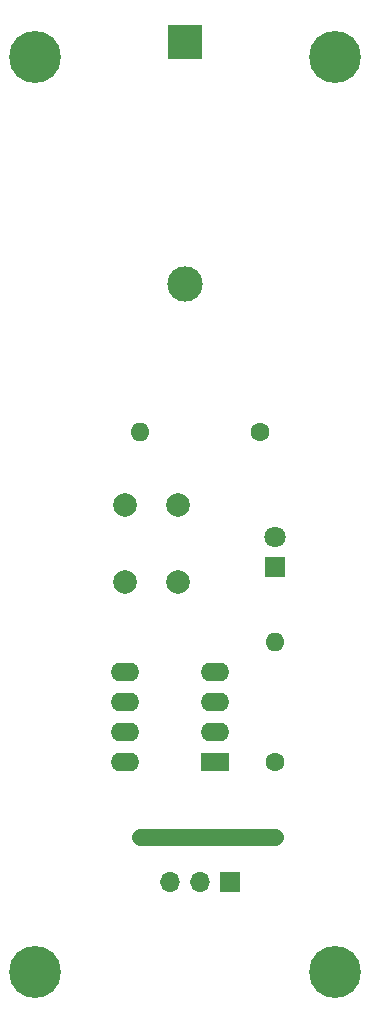
<source format=gbr>
%TF.GenerationSoftware,KiCad,Pcbnew,5.1.9-73d0e3b20d~88~ubuntu20.04.1*%
%TF.CreationDate,2021-01-04T20:03:32+01:00*%
%TF.ProjectId,placa_emisor_attiny_cuatro,706c6163-615f-4656-9d69-736f725f6174,rev?*%
%TF.SameCoordinates,Original*%
%TF.FileFunction,Copper,L1,Top*%
%TF.FilePolarity,Positive*%
%FSLAX46Y46*%
G04 Gerber Fmt 4.6, Leading zero omitted, Abs format (unit mm)*
G04 Created by KiCad (PCBNEW 5.1.9-73d0e3b20d~88~ubuntu20.04.1) date 2021-01-04 20:03:32*
%MOMM*%
%LPD*%
G01*
G04 APERTURE LIST*
%TA.AperFunction,ComponentPad*%
%ADD10O,1.700000X1.700000*%
%TD*%
%TA.AperFunction,ComponentPad*%
%ADD11R,1.700000X1.700000*%
%TD*%
%TA.AperFunction,ComponentPad*%
%ADD12R,3.000000X3.000000*%
%TD*%
%TA.AperFunction,ComponentPad*%
%ADD13C,3.000000*%
%TD*%
%TA.AperFunction,ComponentPad*%
%ADD14C,1.800000*%
%TD*%
%TA.AperFunction,ComponentPad*%
%ADD15R,1.800000X1.800000*%
%TD*%
%TA.AperFunction,ComponentPad*%
%ADD16C,1.600000*%
%TD*%
%TA.AperFunction,ComponentPad*%
%ADD17O,1.600000X1.600000*%
%TD*%
%TA.AperFunction,ComponentPad*%
%ADD18C,2.000000*%
%TD*%
%TA.AperFunction,ComponentPad*%
%ADD19O,2.400000X1.600000*%
%TD*%
%TA.AperFunction,ComponentPad*%
%ADD20R,2.400000X1.600000*%
%TD*%
%TA.AperFunction,ViaPad*%
%ADD21C,4.400000*%
%TD*%
%TA.AperFunction,ViaPad*%
%ADD22C,1.200000*%
%TD*%
%TA.AperFunction,Conductor*%
%ADD23C,1.400000*%
%TD*%
G04 APERTURE END LIST*
D10*
%TO.P,J1,3*%
%TO.N,GND*%
X140970000Y-146050000D03*
%TO.P,J1,2*%
%TO.N,VCC*%
X143510000Y-146050000D03*
D11*
%TO.P,J1,1*%
%TO.N,/S*%
X146050000Y-146050000D03*
%TD*%
D12*
%TO.P,BT1,1*%
%TO.N,VCC*%
X142240000Y-74930000D03*
D13*
%TO.P,BT1,2*%
%TO.N,GND*%
X142240000Y-95420000D03*
%TD*%
D14*
%TO.P,D1,2*%
%TO.N,Net-(D1-Pad2)*%
X149860000Y-116840000D03*
D15*
%TO.P,D1,1*%
%TO.N,Net-(D1-Pad1)*%
X149860000Y-119380000D03*
%TD*%
D16*
%TO.P,R1,1*%
%TO.N,GND*%
X148590000Y-107950000D03*
D17*
%TO.P,R1,2*%
%TO.N,Net-(R1-Pad2)*%
X138430000Y-107950000D03*
%TD*%
D16*
%TO.P,R2,1*%
%TO.N,GND*%
X149860000Y-135890000D03*
D17*
%TO.P,R2,2*%
%TO.N,Net-(D1-Pad1)*%
X149860000Y-125730000D03*
%TD*%
D18*
%TO.P,SW1,1*%
%TO.N,VCC*%
X137160000Y-114150000D03*
%TO.P,SW1,2*%
%TO.N,Net-(R1-Pad2)*%
X141660000Y-114150000D03*
%TO.P,SW1,1*%
%TO.N,VCC*%
X137160000Y-120650000D03*
%TO.P,SW1,2*%
%TO.N,Net-(R1-Pad2)*%
X141660000Y-120650000D03*
%TD*%
D19*
%TO.P,U1,8*%
%TO.N,VCC*%
X137160000Y-135890000D03*
%TO.P,U1,4*%
%TO.N,GND*%
X144780000Y-128270000D03*
%TO.P,U1,7*%
%TO.N,Net-(D1-Pad2)*%
X137160000Y-133350000D03*
%TO.P,U1,3*%
%TO.N,/S*%
X144780000Y-130810000D03*
%TO.P,U1,6*%
%TO.N,Net-(U1-Pad6)*%
X137160000Y-130810000D03*
%TO.P,U1,2*%
%TO.N,Net-(U1-Pad2)*%
X144780000Y-133350000D03*
%TO.P,U1,5*%
%TO.N,Net-(R1-Pad2)*%
X137160000Y-128270000D03*
D20*
%TO.P,U1,1*%
%TO.N,Net-(U1-Pad1)*%
X144780000Y-135890000D03*
%TD*%
D21*
%TO.N,*%
X129540000Y-76200000D03*
X154940000Y-76200000D03*
X154940000Y-153670000D03*
X129540000Y-153670000D03*
D22*
%TO.N,GND*%
X138430000Y-142240000D03*
X149860000Y-142240000D03*
%TD*%
D23*
%TO.N,GND*%
X138430000Y-142240000D02*
X149860000Y-142240000D01*
%TD*%
M02*

</source>
